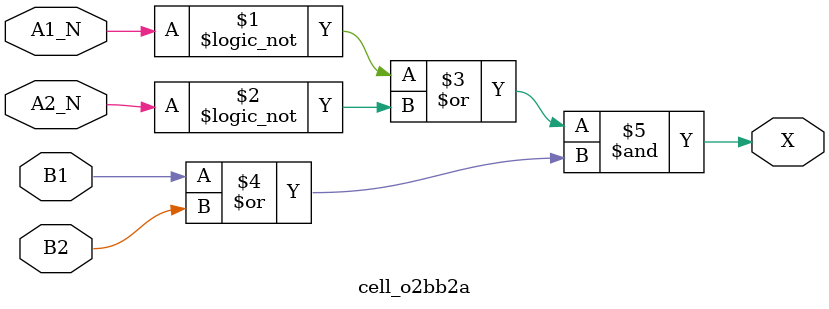
<source format=v>
`timescale 1ps/1ps
module cell_o2bb2a
(
    input wire A1_N,
    input wire A2_N,
    input wire B1,
    input wire B2,
    output wire X
);
    assign X = ((!A1_N | !A2_N) & (B1 | B2));
endmodule

</source>
